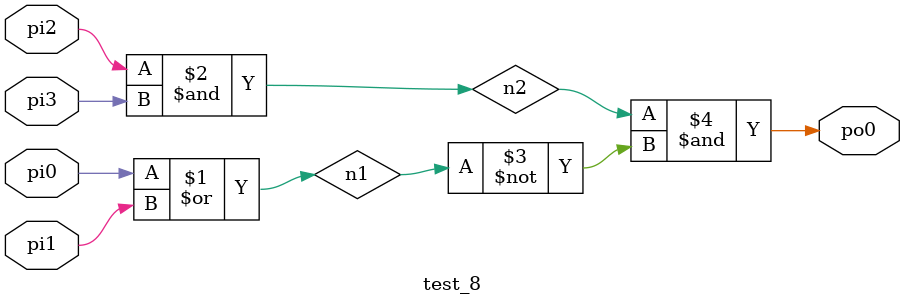
<source format=v>
module test_8 (
	pi0, pi1, pi2, pi3,
	po0);
  	input pi0, pi1, pi2, pi3;
  	output po0;
  	wire n1, n2;
	assign n1 = pi0 | pi1;
	assign n2 = pi2 & pi3;
	assign po0 = n2 & ~n1;
endmodule

// Y4(i3, i4, 0, 1, 0, 0, i1, i2, 0, 0, 1, 1, 1, 0, 0)

</source>
